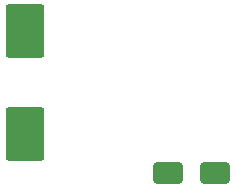
<source format=gbr>
%TF.GenerationSoftware,KiCad,Pcbnew,7.0.1-0*%
%TF.CreationDate,2023-08-30T12:53:19-04:00*%
%TF.ProjectId,MP2_DFN,4d50325f-4446-44e2-9e6b-696361645f70,rev?*%
%TF.SameCoordinates,Original*%
%TF.FileFunction,Paste,Bot*%
%TF.FilePolarity,Positive*%
%FSLAX46Y46*%
G04 Gerber Fmt 4.6, Leading zero omitted, Abs format (unit mm)*
G04 Created by KiCad (PCBNEW 7.0.1-0) date 2023-08-30 12:53:19*
%MOMM*%
%LPD*%
G01*
G04 APERTURE LIST*
G04 Aperture macros list*
%AMRoundRect*
0 Rectangle with rounded corners*
0 $1 Rounding radius*
0 $2 $3 $4 $5 $6 $7 $8 $9 X,Y pos of 4 corners*
0 Add a 4 corners polygon primitive as box body*
4,1,4,$2,$3,$4,$5,$6,$7,$8,$9,$2,$3,0*
0 Add four circle primitives for the rounded corners*
1,1,$1+$1,$2,$3*
1,1,$1+$1,$4,$5*
1,1,$1+$1,$6,$7*
1,1,$1+$1,$8,$9*
0 Add four rect primitives between the rounded corners*
20,1,$1+$1,$2,$3,$4,$5,0*
20,1,$1+$1,$4,$5,$6,$7,0*
20,1,$1+$1,$6,$7,$8,$9,0*
20,1,$1+$1,$8,$9,$2,$3,0*%
G04 Aperture macros list end*
%ADD10RoundRect,0.250000X1.000000X0.650000X-1.000000X0.650000X-1.000000X-0.650000X1.000000X-0.650000X0*%
%ADD11RoundRect,0.250000X-1.400000X-2.000000X1.400000X-2.000000X1.400000X2.000000X-1.400000X2.000000X0*%
G04 APERTURE END LIST*
D10*
%TO.C,D10*%
X73800000Y-115900000D03*
X69800000Y-115900000D03*
%TD*%
D11*
%TO.C,D8*%
X57725000Y-112650000D03*
X57725000Y-103850000D03*
%TD*%
M02*

</source>
